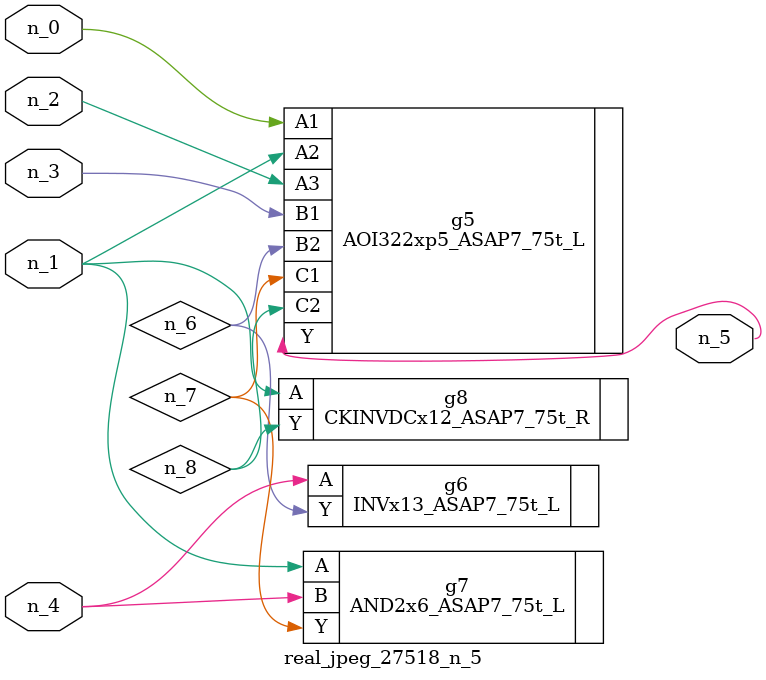
<source format=v>
module real_jpeg_27518_n_5 (n_4, n_0, n_1, n_2, n_3, n_5);

input n_4;
input n_0;
input n_1;
input n_2;
input n_3;

output n_5;

wire n_8;
wire n_6;
wire n_7;

AOI322xp5_ASAP7_75t_L g5 ( 
.A1(n_0),
.A2(n_1),
.A3(n_2),
.B1(n_3),
.B2(n_6),
.C1(n_7),
.C2(n_8),
.Y(n_5)
);

AND2x6_ASAP7_75t_L g7 ( 
.A(n_1),
.B(n_4),
.Y(n_7)
);

CKINVDCx12_ASAP7_75t_R g8 ( 
.A(n_1),
.Y(n_8)
);

INVx13_ASAP7_75t_L g6 ( 
.A(n_4),
.Y(n_6)
);


endmodule
</source>
